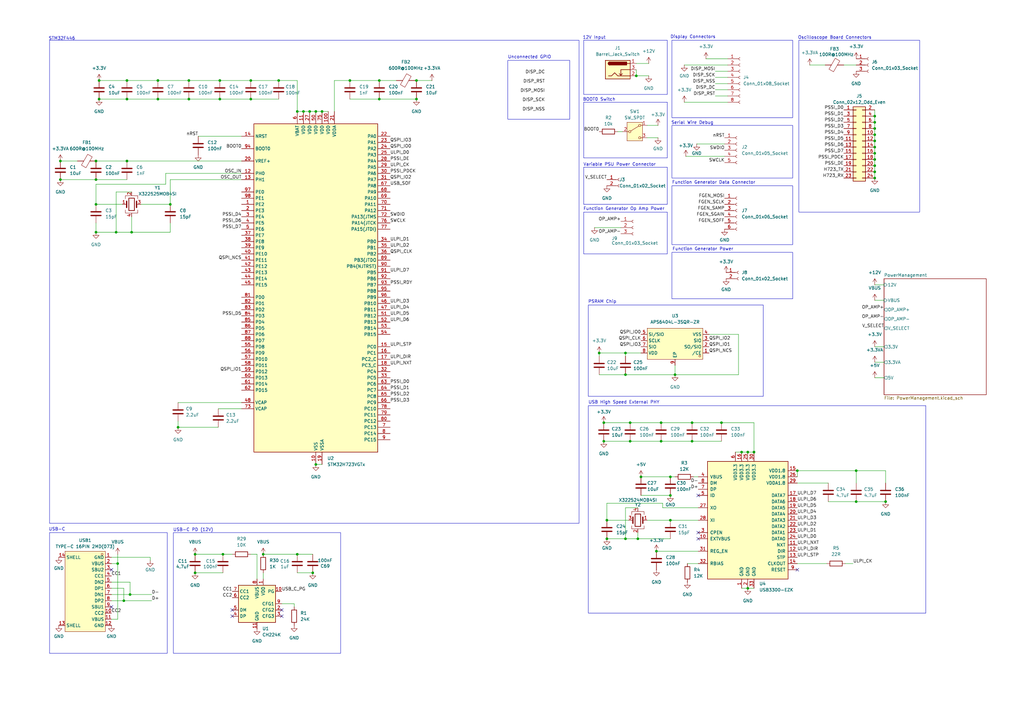
<source format=kicad_sch>
(kicad_sch (version 20250114) (generator "eeschema") (generator_version "9.0")
  (paper "A3")
  (rectangle (start 208.28 24.765) (end 233.68 48.895))
  (rectangle (start 20.32 16.51) (end 237.49 214.63))
  (rectangle (start 241.3 125.095) (end 313.055 162.56))
  (rectangle (start 275.59 16.51) (end 325.12 48.26))
  (rectangle (start 275.59 51.435) (end 325.12 73.025))
  (rectangle (start 327.66 16.51) (end 377.19 86.995))
  (rectangle (start 239.395 86.995) (end 273.685 104.14))
  (rectangle (start 239.395 68.58) (end 273.685 83.82))
  (rectangle (start 71.12 218.44) (end 139.7 267.97))
  (rectangle (start 239.395 16.51) (end 273.685 38.735))
  (rectangle (start 239.395 41.91) (end 273.685 64.77))
  (rectangle (start 275.59 76.2) (end 325.12 100.33))
  (rectangle (start 241.3 166.37) (end 379.73 251.46))
  (rectangle (start 275.59 103.505) (end 325.12 122.555))
  (rectangle (start 20.32 218.44) (end 68.58 267.97))
  (text "USB-C\n" (at 23.368 217.17 0) (effects (font (size 1.27 1.27))))
  (text "Oscilloscope Board Connectors" (at 342.392 15.494 0) (effects (font (size 1.27 1.27))))
  (text "PSRAM Chip" (at 247.015 123.825 0) (effects (font (size 1.27 1.27))))
  (text "Function Generator Op Amp Power" (at 255.905 85.725 0) (effects (font (size 1.27 1.27))))
  (text "Variable PSU Power Connector" (at 254.127 67.564 0) (effects (font (size 1.27 1.27))))
  (text "BOOT0 Switch\n" (at 245.745 40.894 0) (effects (font (size 1.27 1.27))))
  (text "USB High Speed External PHY" (at 255.905 165.1 0) (effects (font (size 1.27 1.27))))
  (text "Function Generator Power" (at 288.29 102.235 0) (effects (font (size 1.27 1.27))))
  (text "USB-C PD (12V)" (at 79.248 217.424 0) (effects (font (size 1.27 1.27))))
  (text "Unconnected GPIO\n" (at 217.17 23.495 0) (effects (font (size 1.27 1.27))))
  (text "Function Generator Data Connector" (at 292.735 74.93 0) (effects (font (size 1.27 1.27))))
  (text "Display Connectors\n" (at 284.226 15.24 0) (effects (font (size 1.27 1.27))))
  (text "12V Input\n" (at 243.713 15.494 0) (effects (font (size 1.27 1.27))))
  (text "STM32F446\n" (at 25.4 15.875 0) (effects (font (size 1.27 1.27))))
  (text "Serial Wire Debug\n" (at 283.972 50.419 0) (effects (font (size 1.27 1.27))))
  (junction (at 271.145 173.355))
  (junction (at 248.92 213.36))
  (junction (at 90.17 33.02))
  (junction (at 276.86 153.67))
  (junction (at 47.625 95.25))
  (junction (at 24.765 73.66))
  (junction (at 358.775 47.625))
  (junction (at 260.985 31.115))
  (junction (at 274.955 195.58))
  (junction (at 358.775 60.325))
  (junction (at 69.85 83.82))
  (junction (at 128.27 234.95))
  (junction (at 358.775 73.025))
  (junction (at 39.37 83.82))
  (junction (at 114.3 33.02))
  (junction (at 39.37 95.25))
  (junction (at 52.07 33.02))
  (junction (at 77.47 33.02))
  (junction (at 306.705 241.3))
  (junction (at 247.65 173.355))
  (junction (at 129.54 190.5))
  (junction (at 283.845 180.975))
  (junction (at 304.165 185.42))
  (junction (at 124.46 45.72))
  (junction (at 24.765 66.04))
  (junction (at 358.775 57.785))
  (junction (at 53.975 95.25))
  (junction (at 247.65 180.975))
  (junction (at 258.445 180.975))
  (junction (at 358.775 67.945))
  (junction (at 306.705 185.42))
  (junction (at 358.775 50.165))
  (junction (at 256.54 153.67))
  (junction (at 77.47 40.64))
  (junction (at 53.34 243.84))
  (junction (at 143.51 33.02))
  (junction (at 73.025 175.26))
  (junction (at 256.54 220.98))
  (junction (at 64.77 33.02))
  (junction (at 358.775 70.485))
  (junction (at 283.845 173.355))
  (junction (at 155.575 40.64))
  (junction (at 274.955 203.2))
  (junction (at 40.64 33.02))
  (junction (at 358.775 55.245))
  (junction (at 258.445 173.355))
  (junction (at 327.025 193.04))
  (junction (at 309.245 185.42))
  (junction (at 269.24 226.06))
  (junction (at 50.8 246.38))
  (junction (at 90.17 40.64))
  (junction (at 132.08 45.72))
  (junction (at 358.775 62.865))
  (junction (at 39.37 73.66))
  (junction (at 127 45.72))
  (junction (at 80.01 227.33))
  (junction (at 358.775 65.405))
  (junction (at 102.87 40.64))
  (junction (at 170.815 40.64))
  (junction (at 39.37 66.04))
  (junction (at 102.87 33.02))
  (junction (at 52.07 40.64))
  (junction (at 121.92 227.33))
  (junction (at 121.92 45.72))
  (junction (at 80.01 234.95))
  (junction (at 351.155 193.04))
  (junction (at 248.92 220.98))
  (junction (at 358.775 52.705))
  (junction (at 245.745 144.78))
  (junction (at 52.07 66.04))
  (junction (at 155.575 33.02))
  (junction (at 256.54 144.78))
  (junction (at 274.955 213.36))
  (junction (at 363.22 205.74))
  (junction (at 107.95 227.33))
  (junction (at 170.815 33.02))
  (junction (at 271.145 180.975))
  (junction (at 40.64 40.64))
  (junction (at 262.89 195.58))
  (junction (at 64.77 40.64))
  (junction (at 295.91 173.355))
  (junction (at 351.155 205.74))
  (junction (at 261.62 220.98))
  (junction (at 91.44 227.33))
  (junction (at 129.54 45.72))
  (junction (at 48.26 231.14))
  (no_connect (at 327.025 233.68))
  (no_connect (at 115.57 250.19))
  (no_connect (at 286.385 218.44))
  (no_connect (at 115.57 252.73))
  (no_connect (at 45.72 248.92))
  (no_connect (at 45.72 233.68))
  (no_connect (at 95.25 252.73))
  (no_connect (at 95.25 250.19))
  (no_connect (at 286.385 220.98))
  (no_connect (at 286.385 203.2))
  (wire (pts (xy 358.775 123.19) (xy 362.585 123.19)))
  (wire (pts (xy 39.37 83.82) (xy 50.165 83.82)))
  (wire (pts (xy 53.34 243.84) (xy 62.23 243.84)))
  (wire (pts (xy 245.745 153.67) (xy 256.54 153.67)))
  (wire (pts (xy 53.975 88.9) (xy 53.975 95.25)))
  (wire (pts (xy 45.72 254) (xy 48.26 254)))
  (wire (pts (xy 332.105 26.67) (xy 338.455 26.67)))
  (wire (pts (xy 266.065 26.035) (xy 260.985 26.035)))
  (wire (pts (xy 77.47 40.64) (xy 90.17 40.64)))
  (wire (pts (xy 358.775 55.245) (xy 358.775 57.785)))
  (wire (pts (xy 53.975 95.25) (xy 69.85 95.25)))
  (wire (pts (xy 64.77 40.64) (xy 52.07 40.64)))
  (wire (pts (xy 302.895 153.67) (xy 276.86 153.67)))
  (wire (pts (xy 262.89 195.58) (xy 274.955 195.58)))
  (wire (pts (xy 45.72 243.84) (xy 53.34 243.84)))
  (wire (pts (xy 31.75 66.04) (xy 24.765 66.04)))
  (wire (pts (xy 358.775 47.625) (xy 358.775 50.165)))
  (wire (pts (xy 276.86 149.86) (xy 276.86 153.67)))
  (wire (pts (xy 45.72 228.6) (xy 61.595 228.6)))
  (wire (pts (xy 358.775 52.705) (xy 358.775 55.245)))
  (wire (pts (xy 274.955 213.36) (xy 286.385 213.36)))
  (wire (pts (xy 45.72 241.3) (xy 50.8 241.3)))
  (wire (pts (xy 137.16 33.02) (xy 137.16 45.72)))
  (wire (pts (xy 64.77 33.02) (xy 77.47 33.02)))
  (wire (pts (xy 258.445 180.975) (xy 271.145 180.975)))
  (wire (pts (xy 81.28 55.88) (xy 99.06 55.88)))
  (wire (pts (xy 253.365 53.975) (xy 255.27 53.975)))
  (wire (pts (xy 261.62 220.98) (xy 274.955 220.98)))
  (wire (pts (xy 358.775 142.24) (xy 362.585 142.24)))
  (wire (pts (xy 339.725 205.74) (xy 351.155 205.74)))
  (wire (pts (xy 107.95 227.33) (xy 121.92 227.33)))
  (wire (pts (xy 256.54 153.67) (xy 276.86 153.67)))
  (wire (pts (xy 306.705 185.42) (xy 309.245 185.42)))
  (wire (pts (xy 69.85 73.66) (xy 99.06 73.66)))
  (wire (pts (xy 53.34 238.76) (xy 53.34 243.84)))
  (wire (pts (xy 346.075 26.67) (xy 351.155 26.67)))
  (wire (pts (xy 53.975 78.74) (xy 47.625 78.74)))
  (wire (pts (xy 129.54 190.5) (xy 132.08 190.5)))
  (wire (pts (xy 248.92 220.98) (xy 256.54 220.98)))
  (wire (pts (xy 39.37 75.565) (xy 39.37 83.82)))
  (wire (pts (xy 248.92 213.36) (xy 248.92 206.375)))
  (wire (pts (xy 327.025 198.12) (xy 339.725 198.12)))
  (wire (pts (xy 64.77 40.64) (xy 77.47 40.64)))
  (wire (pts (xy 261.62 218.44) (xy 261.62 220.98)))
  (wire (pts (xy 67.945 75.565) (xy 39.37 75.565)))
  (wire (pts (xy 45.72 246.38) (xy 50.8 246.38)))
  (wire (pts (xy 137.16 33.02) (xy 143.51 33.02)))
  (wire (pts (xy 304.165 241.3) (xy 306.705 241.3)))
  (wire (pts (xy 351.155 193.04) (xy 327.025 193.04)))
  (wire (pts (xy 114.3 33.02) (xy 121.92 33.02)))
  (wire (pts (xy 69.85 83.82) (xy 69.85 73.66)))
  (wire (pts (xy 309.245 173.355) (xy 309.245 185.42)))
  (wire (pts (xy 260.985 28.575) (xy 260.985 31.115)))
  (wire (pts (xy 248.92 206.375) (xy 271.78 206.375)))
  (wire (pts (xy 271.145 173.355) (xy 283.845 173.355)))
  (wire (pts (xy 69.85 95.25) (xy 69.85 91.44)))
  (wire (pts (xy 143.51 33.02) (xy 155.575 33.02)))
  (wire (pts (xy 248.92 213.36) (xy 257.81 213.36)))
  (wire (pts (xy 280.67 26.67) (xy 298.45 26.67)))
  (wire (pts (xy 155.575 33.02) (xy 162.56 33.02)))
  (wire (pts (xy 301.625 185.42) (xy 304.165 185.42)))
  (wire (pts (xy 90.17 40.64) (xy 102.87 40.64)))
  (wire (pts (xy 170.815 33.02) (xy 177.165 33.02)))
  (wire (pts (xy 39.37 95.25) (xy 47.625 95.25)))
  (wire (pts (xy 132.08 45.72) (xy 134.62 45.72)))
  (wire (pts (xy 256.54 144.78) (xy 262.89 144.78)))
  (wire (pts (xy 358.775 62.865) (xy 358.775 65.405)))
  (wire (pts (xy 40.64 33.02) (xy 52.07 33.02)))
  (wire (pts (xy 102.87 40.64) (xy 114.3 40.64)))
  (wire (pts (xy 91.44 227.33) (xy 95.25 227.33)))
  (wire (pts (xy 24.765 73.66) (xy 39.37 73.66)))
  (wire (pts (xy 48.26 227.33) (xy 48.26 231.14)))
  (wire (pts (xy 67.945 71.12) (xy 67.945 75.565)))
  (wire (pts (xy 105.41 227.33) (xy 105.41 237.49)))
  (wire (pts (xy 48.26 254) (xy 48.26 231.14)))
  (wire (pts (xy 284.48 195.58) (xy 286.385 195.58)))
  (wire (pts (xy 52.07 73.66) (xy 39.37 73.66)))
  (wire (pts (xy 40.64 40.64) (xy 52.07 40.64)))
  (wire (pts (xy 258.445 173.355) (xy 271.145 173.355)))
  (wire (pts (xy 363.22 193.04) (xy 363.22 198.12)))
  (wire (pts (xy 283.845 173.355) (xy 295.91 173.355)))
  (wire (pts (xy 265.43 56.515) (xy 269.875 56.515)))
  (wire (pts (xy 262.89 203.2) (xy 274.955 203.2)))
  (wire (pts (xy 351.155 205.74) (xy 363.22 205.74)))
  (wire (pts (xy 286.385 231.14) (xy 281.94 231.14)))
  (wire (pts (xy 358.775 67.945) (xy 358.775 70.485)))
  (wire (pts (xy 50.8 246.38) (xy 62.23 246.38)))
  (wire (pts (xy 289.56 24.13) (xy 298.45 24.13)))
  (wire (pts (xy 293.37 39.37) (xy 298.45 39.37)))
  (wire (pts (xy 265.43 51.435) (xy 269.875 51.435)))
  (wire (pts (xy 129.54 45.72) (xy 132.08 45.72)))
  (wire (pts (xy 358.775 57.785) (xy 358.775 60.325)))
  (wire (pts (xy 306.705 241.3) (xy 309.245 241.3)))
  (wire (pts (xy 47.625 78.74) (xy 47.625 95.25)))
  (wire (pts (xy 45.72 231.14) (xy 48.26 231.14)))
  (wire (pts (xy 89.535 175.26) (xy 73.025 175.26)))
  (wire (pts (xy 358.775 154.94) (xy 362.585 154.94)))
  (wire (pts (xy 358.775 50.165) (xy 358.775 52.705)))
  (wire (pts (xy 293.37 36.83) (xy 298.45 36.83)))
  (wire (pts (xy 143.51 40.64) (xy 155.575 40.64)))
  (wire (pts (xy 261.62 208.28) (xy 256.54 208.28)))
  (wire (pts (xy 47.625 95.25) (xy 53.975 95.25)))
  (wire (pts (xy 293.37 31.75) (xy 298.45 31.75)))
  (wire (pts (xy 57.785 83.82) (xy 69.85 83.82)))
  (wire (pts (xy 99.06 165.1) (xy 73.025 165.1)))
  (wire (pts (xy 247.65 173.355) (xy 258.445 173.355)))
  (wire (pts (xy 290.83 137.16) (xy 302.895 137.16)))
  (wire (pts (xy 358.775 65.405) (xy 358.775 67.945)))
  (wire (pts (xy 327.025 193.04) (xy 327.025 195.58)))
  (wire (pts (xy 120.65 247.65) (xy 120.65 248.92)))
  (wire (pts (xy 265.43 213.36) (xy 274.955 213.36)))
  (wire (pts (xy 358.775 116.84) (xy 362.585 116.84)))
  (wire (pts (xy 115.57 247.65) (xy 120.65 247.65)))
  (wire (pts (xy 358.775 70.485) (xy 358.775 73.025)))
  (wire (pts (xy 107.95 234.95) (xy 107.95 237.49)))
  (wire (pts (xy 73.025 175.26) (xy 73.025 172.72)))
  (wire (pts (xy 90.17 33.02) (xy 102.87 33.02)))
  (wire (pts (xy 256.54 146.05) (xy 256.54 144.78)))
  (wire (pts (xy 283.845 180.975) (xy 295.91 180.975)))
  (wire (pts (xy 61.595 228.6) (xy 61.595 229.87)))
  (wire (pts (xy 121.92 227.33) (xy 128.27 227.33)))
  (wire (pts (xy 155.575 40.64) (xy 170.815 40.64)))
  (wire (pts (xy 99.06 71.12) (xy 67.945 71.12)))
  (wire (pts (xy 280.67 41.91) (xy 298.45 41.91)))
  (wire (pts (xy 45.72 238.76) (xy 53.34 238.76)))
  (wire (pts (xy 281.305 64.135) (xy 297.18 64.135)))
  (wire (pts (xy 285.75 59.055) (xy 297.18 59.055)))
  (wire (pts (xy 293.37 29.21) (xy 298.45 29.21)))
  (wire (pts (xy 358.775 148.59) (xy 362.585 148.59)))
  (wire (pts (xy 89.535 167.64) (xy 99.06 167.64)))
  (wire (pts (xy 77.47 33.02) (xy 90.17 33.02)))
  (wire (pts (xy 102.87 227.33) (xy 105.41 227.33)))
  (wire (pts (xy 349.885 231.14) (xy 346.71 231.14)))
  (wire (pts (xy 302.895 137.16) (xy 302.895 153.67)))
  (wire (pts (xy 247.65 180.975) (xy 258.445 180.975)))
  (wire (pts (xy 363.22 193.04) (xy 351.155 193.04)))
  (wire (pts (xy 245.745 144.78) (xy 256.54 144.78)))
  (wire (pts (xy 339.09 231.14) (xy 327.025 231.14)))
  (wire (pts (xy 304.165 185.42) (xy 306.705 185.42)))
  (wire (pts (xy 121.92 45.72) (xy 124.46 45.72)))
  (wire (pts (xy 271.78 208.28) (xy 286.385 208.28)))
  (wire (pts (xy 127 45.72) (xy 129.54 45.72)))
  (wire (pts (xy 256.54 220.98) (xy 261.62 220.98)))
  (wire (pts (xy 50.8 241.3) (xy 50.8 246.38)))
  (wire (pts (xy 256.54 208.28) (xy 256.54 220.98)))
  (wire (pts (xy 243.84 93.345) (xy 254.635 93.345)))
  (wire (pts (xy 80.01 227.33) (xy 91.44 227.33)))
  (wire (pts (xy 52.07 66.04) (xy 99.06 66.04)))
  (wire (pts (xy 293.37 34.29) (xy 298.45 34.29)))
  (wire (pts (xy 39.37 95.25) (xy 39.37 91.44)))
  (wire (pts (xy 271.145 180.975) (xy 283.845 180.975)))
  (wire (pts (xy 39.37 66.04) (xy 52.07 66.04)))
  (wire (pts (xy 245.745 146.05) (xy 245.745 144.78)))
  (wire (pts (xy 295.91 173.355) (xy 309.245 173.355)))
  (wire (pts (xy 52.07 33.02) (xy 64.77 33.02)))
  (wire (pts (xy 274.955 195.58) (xy 276.86 195.58)))
  (wire (pts (xy 80.01 234.95) (xy 91.44 234.95)))
  (wire (pts (xy 121.92 33.02) (xy 121.92 45.72)))
  (wire (pts (xy 271.78 206.375) (xy 271.78 208.28)))
  (wire (pts (xy 351.155 193.04) (xy 351.155 198.12)))
  (wire (pts (xy 286.385 226.06) (xy 269.24 226.06)))
  (wire (pts (xy 170.18 33.02) (xy 170.815 33.02)))
  (wire (pts (xy 102.87 33.02) (xy 114.3 33.02)))
  (wire (pts (xy 358.775 60.325) (xy 358.775 62.865)))
  (wire (pts (xy 124.46 45.72) (xy 127 45.72)))
  (wire (pts (xy 358.775 45.085) (xy 358.775 47.625)))
  (wire (pts (xy 266.065 31.115) (xy 260.985 31.115)))
  (wire (pts (xy 121.92 234.95) (xy 128.27 234.95)))
  (label "PSSI_D6" (at 99.06 91.44 180))
  (label "QSPI_IO0" (at 160.02 60.96 0))
  (label "ULPI_DIR" (at 327.025 226.06 0))
  (label "PSSI_PDCK" (at 160.02 71.12 0))
  (label "SWCLK" (at 297.18 66.675 180))
  (label "QSPI_IO3" (at 262.89 142.24 180))
  (label "PSSI_D6" (at 346.075 60.325 180))
  (label "ULPI_D0" (at 160.02 63.5 0))
  (label "D-" (at 62.23 243.84 0))
  (label "FGEN_SCLK" (at 297.18 83.82 180))
  (label "ULPI_CK" (at 160.02 68.58 0))
  (label "ULPI_D5" (at 160.02 129.54 0))
  (label "DISP_SCK" (at 293.37 31.75 180))
  (label "ULPI_D6" (at 160.02 132.08 0))
  (label "V_SELECT" (at 362.585 134.62 180))
  (label "OP_AMP+" (at 254.635 90.805 180))
  (label "DISP_NSS" (at 223.52 45.72 180))
  (label "BOOT0" (at 99.06 60.96 180))
  (label "PSSI_D4" (at 99.06 88.9 180))
  (label "nRST" (at 297.18 56.515 180))
  (label "PSSI_D0" (at 346.075 45.085 180))
  (label "QSPI_IO2" (at 290.83 139.7 0))
  (label "PSSI_D4" (at 346.075 55.245 180))
  (label "QSPI_IO2" (at 160.02 73.66 0))
  (label "ULPI_CK" (at 349.885 231.14 0))
  (label "PSSI_D0" (at 160.02 157.48 0))
  (label "nRST" (at 81.28 55.88 180))
  (label "DISP_RST" (at 293.37 39.37 180))
  (label "ULPI_D2" (at 327.025 215.9 0))
  (label "PSSI_D7" (at 346.075 62.865 180))
  (label "PSSI_DE" (at 160.02 66.04 0))
  (label "OP_AMP-" (at 254.635 95.885 180))
  (label "ULPI_D1" (at 327.025 218.44 0))
  (label "ULPI_D7" (at 160.02 111.76 0))
  (label "D+" (at 62.23 246.38 0))
  (label "ULPI_NXT" (at 160.02 149.86 0))
  (label "FGEN_SOFF" (at 297.18 91.44 180))
  (label "BOOT0" (at 245.745 53.975 180))
  (label "FGEN_SGAIN" (at 297.18 88.9 180))
  (label "D+" (at 286.385 200.66 180))
  (label "ULPI_D5" (at 327.025 208.28 0))
  (label "PSSI_D2" (at 346.075 50.165 180))
  (label "CC2" (at 95.25 245.11 180))
  (label "V_SELECT" (at 248.92 73.66 180))
  (label "OP_AMP-" (at 362.585 130.81 180))
  (label "DISP_MOSI" (at 293.37 29.21 180))
  (label "PSSI_RDY" (at 160.02 116.84 0))
  (label "QSPI_CLK" (at 262.89 139.7 180))
  (label "CC2" (at 45.72 251.46 0))
  (label "OSC_IN" (at 99.06 71.12 180))
  (label "ULPI_NXT" (at 327.025 223.52 0))
  (label "FGEN_MOSI" (at 297.18 81.28 180))
  (label "USB_C_PG" (at 115.57 242.57 0))
  (label "SWDIO" (at 160.02 88.9 0))
  (label "PSSI_D1" (at 160.02 160.02 0))
  (label "QSPI_IO1" (at 99.06 152.4 180))
  (label "QSPI_CLK" (at 160.02 104.14 0))
  (label "PSSI_PDCK" (at 346.075 65.405 180))
  (label "ULPI_D0" (at 327.025 220.98 0))
  (label "CC1" (at 45.72 236.22 0))
  (label "PSSI_DE" (at 346.075 67.945 180))
  (label "ULPI_D3" (at 327.025 213.36 0))
  (label "ULPI_DIR" (at 160.02 147.32 0))
  (label "ULPI_D1" (at 160.02 99.06 0))
  (label "SWDIO" (at 297.18 61.595 180))
  (label "OSC_OUT" (at 99.06 73.66 180))
  (label "ULPI_STP" (at 160.02 142.24 0))
  (label "DISP_MOSI" (at 223.52 38.1 180))
  (label "DISP_NSS" (at 293.37 34.29 180))
  (label "SWCLK" (at 160.02 91.44 0))
  (label "PSSI_D5" (at 346.075 57.785 180))
  (label "PSSI_D5" (at 99.06 129.54 180))
  (label "QSPI_NCS" (at 99.06 106.68 180))
  (label "QSPI_IO3" (at 160.02 58.42 0))
  (label "ULPI_D4" (at 327.025 210.82 0))
  (label "H723_RX" (at 346.075 73.025 180))
  (label "QSPI_NCS" (at 290.83 144.78 0))
  (label "ULPI_D3" (at 160.02 124.46 0))
  (label "H723_TX" (at 346.075 70.485 180))
  (label "ULPI_D6" (at 327.025 205.74 0))
  (label "ULPI_D4" (at 160.02 127 0))
  (label "PSSI_D7" (at 99.06 93.98 180))
  (label "ULPI_STP" (at 327.025 228.6 0))
  (label "D-" (at 286.385 198.12 180))
  (label "QSPI_IO1" (at 290.83 142.24 0))
  (label "QSPI_IO0" (at 262.89 137.16 180))
  (label "PSSI_D2" (at 160.02 162.56 0))
  (label "DISP_SCK" (at 223.52 41.91 180))
  (label "ULPI_D7" (at 327.025 203.2 0))
  (label "FGEN_SAMP" (at 297.18 86.36 180))
  (label "PSSI_D3" (at 346.075 52.705 180))
  (label "OP_AMP+" (at 362.585 127 180))
  (label "ULPI_D2" (at 160.02 101.6 0))
  (label "CC1" (at 95.25 242.57 180))
  (label "DISP_DC" (at 293.37 36.83 180))
  (label "DISP_DC" (at 223.52 30.48 180))
  (label "PSSI_D3" (at 160.02 165.1 0))
  (label "USB_SOF" (at 160.02 76.2 0))
  (label "DISP_RST" (at 223.52 34.29 180))
  (label "PSSI_D1" (at 346.075 47.625 180))
  (symbol (lib_id "power:GND") (at 24.13 256.54 0) (unit 1)
    (property "Reference" "#PWR02" (effects (hide yes)))
    (property "Value" "GND" (at 24.13 260.985 0))
    (property "Description" "Power symbol creates a global label with name \"GND\" , ground" (effects (hide yes)))
  )
  (symbol (lib_id "power:GND") (at 306.705 241.3 0) (unit 1)
    (property "Reference" "#PWR046" (effects (hide yes)))
    (property "Value" "GND" (at 306.705 246.38 0))
    (property "Description" "Power symbol creates a global label with name \"GND\" , ground" (effects (hide yes)))
  )
  (symbol (lib_id "power:GND") (at 120.65 256.54 0) (unit 1)
    (property "Reference" "#PWR019" (effects (hide yes)))
    (property "Value" "GND" (at 120.65 261.62 0))
    (property "Description" "Power symbol creates a global label with name \"GND\" , ground" (effects (hide yes)))
  )
  (symbol (lib_id "power:+12V") (at 266.065 26.035 0) (unit 1)
    (property "Reference" "#PWR030" (effects (hide yes)))
    (property "Value" "+12V" (at 266.065 20.955 0))
    (property "Description" "Power symbol creates a global label with name \"+12V\"" (effects (hide yes)))
  )
  (symbol (lib_id "Connector:Conn_01x02_Socket") (at 254 73.66 0) (unit 1)
    (property "Reference" "J3" (at 254 73.66 0) (effects (justify left)))
    (property "Value" "Conn_01x02_Socket" (at 254 76.2 0) (effects (justify left)))
    (property "Footprint" "Connector_JST:JST_PH_S2B-PH-K_1x02_P2.00mm_Horizontal" (effects (hide yes)))
    (property "Description" "Generic connector, single row, 01x02, script generated" (effects (hide yes)))
  )
  (symbol (lib_id "Device:C") (at 102.87 36.83 0) (unit 1)
    (property "Reference" "C17" (at 105.918 35.56 0) (effects (justify left)))
    (property "Value" "100nF" (at 105.918 38.1 0) (effects (justify left)))
    (property "Footprint" "Capacitor_SMD:C_0402_1005Metric" (effects (hide yes)))
    (property "Description" "Unpolarized capacitor" (effects (hide yes)))
  )
  (symbol (lib_id "Device:R") (at 280.67 195.58 90) (unit 1)
    (property "Reference" "R3" (at 280.67 189.865 90))
    (property "Value" "12K" (at 280.67 192.405 90))
    (property "Footprint" "Resistor_SMD:R_0402_1005Metric" (effects (hide yes)))
    (property "Description" "Resistor" (effects (hide yes)))
  )
  (symbol (lib_id "Device:C") (at 247.65 177.165 0) (unit 1)
    (property "Reference" "C23" (at 250.825 175.8949 0) (effects (justify left)))
    (property "Value" "10uF" (at 250.825 178.4349 0) (effects (justify left)))
    (property "Footprint" "Capacitor_SMD:C_0603_1608Metric" (effects (hide yes)))
    (property "Description" "Unpolarized capacitor" (effects (hide yes)))
  )
  (symbol (lib_id "Device:C") (at 40.64 36.83 0) (unit 1)
    (property "Reference" "C4" (at 44.45 35.5599 0) (effects (justify left)))
    (property "Value" "10uF" (at 44.45 38.0999 0) (effects (justify left)))
    (property "Footprint" "Capacitor_SMD:C_0603_1608Metric" (effects (hide yes)))
    (property "Description" "Unpolarized capacitor" (effects (hide yes)))
  )
  (symbol (lib_id "power:GND") (at 363.22 205.74 0) (unit 1)
    (property "Reference" "#PWR058" (effects (hide yes)))
    (property "Value" "GND" (at 363.22 210.82 0))
    (property "Description" "Power symbol creates a global label with name \"GND\" , ground" (effects (hide yes)))
  )
  (symbol (lib_id "power:GND") (at 24.13 228.6 0) (unit 1)
    (property "Reference" "#PWR01" (effects (hide yes)))
    (property "Value" "GND" (at 24.13 233.045 0))
    (property "Description" "Power symbol creates a global label with name \"GND\" , ground" (effects (hide yes)))
  )
  (symbol (lib_id "power:+3.3V") (at 269.875 51.435 0) (unit 1)
    (property "Reference" "#PWR034" (effects (hide yes)))
    (property "Value" "+3.3V" (at 269.875 46.99 0))
    (property "Description" "Power symbol creates a global label with name \"+3.3V\"" (effects (hide yes)))
  )
  (symbol (lib_id "power:GND") (at 280.67 26.67 0) (unit 1)
    (property "Reference" "#PWR039" (effects (hide yes)))
    (property "Value" "GND" (at 280.67 31.115 0))
    (property "Description" "Power symbol creates a global label with name \"GND\" , ground" (effects (hide yes)))
  )
  (symbol (lib_id "Device:C") (at 39.37 87.63 0) (unit 1)
    (property "Reference" "C3" (at 43.18 86.3599 0) (effects (justify left)))
    (property "Value" "15pF" (at 43.18 88.8999 0) (effects (justify left)))
    (property "Footprint" "Capacitor_SMD:C_0402_1005Metric" (effects (hide yes)))
    (property "Description" "Unpolarized capacitor" (effects (hide yes)))
  )
  (symbol (lib_id "Device:C") (at 77.47 36.83 0) (unit 1)
    (property "Reference" "C10" (at 81.28 35.5599 0) (effects (justify left)))
    (property "Value" "100nF" (at 81.28 38.0999 0) (effects (justify left)))
    (property "Footprint" "Capacitor_SMD:C_0402_1005Metric" (effects (hide yes)))
    (property "Description" "Unpolarized capacitor" (effects (hide yes)))
  )
  (symbol (lib_id "Device:Crystal_GND24") (at 53.975 83.82 0) (unit 1)
    (property "Reference" "Y1" (at 64.643 76.962 0))
    (property "Value" "X322525MOB4SI" (at 64.643 79.502 0))
    (property "Footprint" "Crystal:Crystal_SMD_3225-4Pin_3.2x2.5mm" (effects (hide yes)))
    (property "Description" "C9006" (effects (hide yes)))
  )
  (symbol (lib_id "Device:C") (at 274.955 217.17 0) (unit 1)
    (property "Reference" "C31" (at 278.13 215.8999 0) (effects (justify left)))
    (property "Value" "15pF" (at 278.13 218.4399 0) (effects (justify left)))
    (property "Footprint" "Capacitor_SMD:C_0402_1005Metric" (effects (hide yes)))
    (property "Description" "Unpolarized capacitor" (effects (hide yes)))
  )
  (symbol (lib_id "Device:FerriteBead") (at 166.37 33.02 270) (unit 1)
    (property "Reference" "FB2" (at 166.4208 25.4 90))
    (property "Value" "600R@100MHz" (at 166.4208 27.94 90))
    (property "Footprint" "Inductor_SMD:L_0805_2012Metric" (effects (hide yes)))
    (property "Description" "C1017" (effects (hide yes)))
  )
  (symbol (lib_id "power:GND") (at 243.84 93.345 0) (unit 1)
    (property "Reference" "#PWR037" (effects (hide yes)))
    (property "Value" "GND" (at 243.84 98.425 0))
    (property "Description" "Power symbol creates a global label with name \"GND\" , ground" (effects (hide yes)))
  )
  (symbol (lib_id "Device:C") (at 89.535 171.45 0) (unit 1)
    (property "Reference" "C13" (at 92.71 170.1799 0) (effects (justify left)))
    (property "Value" "2.2uF" (at 92.71 172.7199 0) (effects (justify left)))
    (property "Footprint" "Capacitor_SMD:C_0603_1608Metric" (effects (hide yes)))
    (property "Description" "Unpolarized capacitor" (effects (hide yes)))
  )
  (symbol (lib_id "power:GND") (at 297.18 93.98 0) (unit 1)
    (property "Reference" "#PWR026" (effects (hide yes)))
    (property "Value" "GND" (at 297.18 98.425 0))
    (property "Description" "Power symbol creates a global label with name \"GND\" , ground" (effects (hide yes)))
  )
  (symbol (lib_id "Device:Crystal_GND24") (at 261.62 213.36 180) (unit 1)
    (property "Reference" "Y2" (at 261.62 207.01 0))
    (property "Value" "X322524MOB4SI" (at 261.62 205.105 0))
    (property "Footprint" "Crystal:Crystal_SMD_3225-4Pin_3.2x2.5mm" (effects (hide yes)))
    (property "Description" "C70590" (effects (hide yes)))
  )
  (symbol (lib_id "power:GND") (at 105.41 257.81 0) (unit 1)
    (property "Reference" "#PWR017" (effects (hide yes)))
    (property "Value" "GND" (at 105.41 262.89 0))
    (property "Description" "Power symbol creates a global label with name \"GND\" , ground" (effects (hide yes)))
  )
  (symbol (lib_id "power:+3.3VA") (at 332.105 26.67 0) (unit 1)
    (property "Reference" "#PWR047" (effects (hide yes)))
    (property "Value" "+3.3VA" (at 332.105 21.59 0))
    (property "Description" "Power symbol creates a global label with name \"+3.3VA\"" (effects (hide yes)))
  )
  (symbol (lib_id "Device:C") (at 69.85 87.63 0) (unit 1)
    (property "Reference" "C8" (at 73.66 86.3599 0) (effects (justify left)))
    (property "Value" "15pF" (at 73.66 88.8999 0) (effects (justify left)))
    (property "Footprint" "Capacitor_SMD:C_0402_1005Metric" (effects (hide yes)))
    (property "Description" "Unpolarized capacitor" (effects (hide yes)))
  )
  (symbol (lib_id "Device:C") (at 262.89 199.39 0) (unit 1)
    (property "Reference" "C27" (at 265.43 198.12 0) (effects (justify left)))
    (property "Value" "10uF" (at 265.43 200.66 0) (effects (justify left)))
    (property "Footprint" "Capacitor_SMD:C_0603_1608Metric" (effects (hide yes)))
    (property "Description" "Unpolarized capacitor" (effects (hide yes)))
  )
  (symbol (lib_id "power:GND") (at 351.155 29.21 0) (unit 1)
    (property "Reference" "#PWR052" (effects (hide yes)))
    (property "Value" "GND" (at 351.155 34.29 0))
    (property "Description" "Power symbol creates a global label with name \"GND\" , ground" (effects (hide yes)))
  )
  (symbol (lib_id "Device:C") (at 256.54 149.86 0) (unit 1)
    (property "Reference" "C25" (at 259.715 148.5899 0) (effects (justify left)))
    (property "Value" "100nF" (at 259.715 151.1299 0) (effects (justify left)))
    (property "Footprint" "Capacitor_SMD:C_0402_1005Metric" (effects (hide yes)))
    (property "Description" "Unpolarized capacitor" (effects (hide yes)))
  )
  (symbol (lib_id "Device:C") (at 351.155 201.93 0) (unit 1)
    (property "Reference" "C35" (at 354.33 200.6599 0) (effects (justify left)))
    (property "Value" "4.7uF" (at 354.33 203.1999 0) (effects (justify left)))
    (property "Footprint" "Capacitor_SMD:C_0603_1608Metric" (effects (hide yes)))
    (property "Description" "Unpolarized capacitor" (effects (hide yes)))
  )
  (symbol (lib_id "Device:C") (at 155.575 36.83 0) (unit 1)
    (property "Reference" "C20" (at 159.385 35.5599 0) (effects (justify left)))
    (property "Value" "100nF" (at 159.385 38.0999 0) (effects (justify left)))
    (property "Footprint" "Capacitor_SMD:C_0402_1005Metric" (effects (hide yes)))
    (property "Description" "Unpolarized capacitor" (effects (hide yes)))
  )
  (symbol (lib_id "Device:C") (at 114.3 36.83 0) (unit 1)
    (property "Reference" "C18" (at 117.094 35.56 0) (effects (justify left)))
    (property "Value" "100nF" (at 117.094 38.1 0) (effects (justify left)))
    (property "Footprint" "Capacitor_SMD:C_0402_1005Metric" (effects (hide yes)))
    (property "Description" "Unpolarized capacitor" (effects (hide yes)))
  )
  (symbol (lib_id "power:VBUS") (at 48.26 227.33 0) (unit 1)
    (property "Reference" "#PWR09" (effects (hide yes)))
    (property "Value" "VBUS" (at 48.26 222.25 0))
    (property "Description" "Power symbol creates a global label with name \"VBUS\"" (effects (hide yes)))
  )
  (symbol (lib_id "Device:C") (at 52.07 36.83 0) (unit 1)
    (property "Reference" "C5" (at 55.88 35.5599 0) (effects (justify left)))
    (property "Value" "100nF" (at 55.88 38.0999 0) (effects (justify left)))
    (property "Footprint" "Capacitor_SMD:C_0402_1005Metric" (effects (hide yes)))
    (property "Description" "Unpolarized capacitor" (effects (hide yes)))
  )
  (symbol (lib_id "Connector:Conn_01x08_Socket") (at 303.53 31.75 0) (unit 1)
    (property "Reference" "J4" (at 304.8 31.7499 0) (effects (justify left)))
    (property "Value" "Conn_01x08_Socket" (at 304.8 34.2899 0) (effects (justify left)))
    (property "Footprint" "Connector_JST:JST_PH_S8B-PH-K_1x08_P2.00mm_Horizontal" (effects (hide yes)))
    (property "Description" "Generic connector, single row, 01x08, script generated" (effects (hide yes)))
  )
  (symbol (lib_id "power:+3.3V") (at 281.305 64.135 0) (unit 1)
    (property "Reference" "#PWR041" (effects (hide yes)))
    (property "Value" "+3.3V" (at 281.305 59.69 0))
    (property "Description" "Power symbol creates a global label with name \"+3.3V\"" (effects (hide yes)))
  )
  (symbol (lib_id "Device:C") (at 143.51 36.83 0) (unit 1)
    (property "Reference" "C19" (at 147.32 35.5599 0) (effects (justify left)))
    (property "Value" "1nF" (at 147.32 38.1 0) (effects (justify left)))
    (property "Footprint" "Capacitor_SMD:C_0402_1005Metric" (effects (hide yes)))
    (property "Description" "Unpolarized capacitor" (effects (hide yes)))
  )
  (symbol (lib_id "Device:R") (at 107.95 231.14 180) (unit 1)
    (property "Reference" "R30" (at 110.49 229.8699 0) (effects (justify right)))
    (property "Value" "1K" (at 110.49 232.4099 0) (effects (justify right)))
    (property "Footprint" "Resistor_SMD:R_0603_1608Metric" (effects (hide yes)))
    (property "Description" "Resistor" (effects (hide yes)))
  )
  (symbol (lib_id "power:GND") (at 45.72 256.54 0) (unit 1)
    (property "Reference" "#PWR08" (effects (hide yes)))
    (property "Value" "GND" (at 45.72 260.985 0))
    (property "Description" "Power symbol creates a global label with name \"GND\" , ground" (effects (hide yes)))
  )
  (symbol (lib_id "Device:C") (at 245.745 149.86 0) (unit 1)
    (property "Reference" "C22" (at 248.92 148.5899 0) (effects (justify left)))
    (property "Value" "10uF" (at 248.92 151.1299 0) (effects (justify left)))
    (property "Footprint" "Capacitor_SMD:C_0603_1608Metric" (effects (hide yes)))
    (property "Description" "Unpolarized capacitor" (effects (hide yes)))
  )
  (symbol (lib_id "Device:C") (at 90.17 36.83 0) (unit 1)
    (property "Reference" "C14" (at 93.98 35.5599 0) (effects (justify left)))
    (property "Value" "100nF" (at 93.98 38.0999 0) (effects (justify left)))
    (property "Footprint" "Capacitor_SMD:C_0402_1005Metric" (effects (hide yes)))
    (property "Description" "Unpolarized capacitor" (effects (hide yes)))
  )
  (symbol (lib_id "power:GND") (at 129.54 190.5 0) (unit 1)
    (property "Reference" "#PWR020" (effects (hide yes)))
    (property "Value" "GND" (at 129.54 195.58 0))
    (property "Description" "Power symbol creates a global label with name \"GND\" , ground" (effects (hide yes)))
  )
  (symbol (lib_id "Device:C") (at 363.22 201.93 0) (unit 1)
    (property "Reference" "C36" (at 367.03 200.6599 0) (effects (justify left)))
    (property "Value" "100nF" (at 367.03 203.1999 0) (effects (justify left)))
    (property "Footprint" "Capacitor_SMD:C_0402_1005Metric" (effects (hide yes)))
    (property "Description" "Unpolarized capacitor" (effects (hide yes)))
  )
  (symbol (lib_id "Device:C") (at 258.445 177.165 0) (unit 1)
    (property "Reference" "C26" (at 262.255 175.8949 0) (effects (justify left)))
    (property "Value" "100nF" (at 262.255 178.4349 0) (effects (justify left)))
    (property "Footprint" "Capacitor_SMD:C_0402_1005Metric" (effects (hide yes)))
    (property "Description" "Unpolarized capacitor" (effects (hide yes)))
  )
  (symbol (lib_id "Connector:Conn_01x05_Socket") (at 302.26 61.595 0) (unit 1)
    (property "Reference" "J2" (at 304.165 60.3249 0) (effects (justify left)))
    (property "Value" "Conn_01x05_Socket" (at 304.165 62.8649 0) (effects (justify left)))
    (property "Footprint" "Connector_JST:JST_PH_S5B-PH-K_1x05_P2.00mm_Horizontal" (effects (hide yes)))
    (property "Description" "Generic connector, single row, 01x05, script generated" (effects (hide yes)))
  )
  (symbol (lib_id "Device:C") (at 52.07 69.85 0) (unit 1)
    (property "Reference" "C6" (at 55.88 68.5799 0) (effects (justify left)))
    (property "Value" "1nF" (at 55.88 71.12 0) (effects (justify left)))
    (property "Footprint" "Capacitor_SMD:C_0402_1005Metric" (effects (hide yes)))
    (property "Description" "Unpolarized capacitor" (effects (hide yes)))
  )
  (symbol (lib_id "Switch:SW_SPDT") (at 260.35 53.975 0) (unit 1)
    (property "Reference" "SW1" (at 260.35 45.72 0))
    (property "Value" "SW_SPDT" (at 260.35 48.26 0))
    (property "Footprint" "Button_Switch_SMD:SW_SPDT_CK_JS102011SAQN" (effects (hide yes)))
    (property "Description" "Switch, single pole double throw" (effects (hide yes)))
  )
  (symbol (lib_id "power:GND") (at 269.875 56.515 0) (unit 1)
    (property "Reference" "#PWR035" (effects (hide yes)))
    (property "Value" "GND" (at 269.875 60.96 0))
    (property "Description" "Power symbol creates a global label with name \"GND\" , ground" (effects (hide yes)))
  )
  (symbol (lib_id "Device:C") (at 80.01 231.14 180) (unit 1)
    (property "Reference" "C11" (at 74.93 230.124 0))
    (property "Value" "4.7uF" (at 74.93 232.41 0))
    (property "Footprint" "Capacitor_SMD:C_0603_1608Metric" (effects (hide yes)))
    (property "Description" "Unpolarized capacitor" (effects (hide yes)))
  )
  (symbol (lib_id "Device:R") (at 281.94 234.95 0) (unit 1)
    (property "Reference" "R4" (at 284.48 233.6799 0) (effects (justify left)))
    (property "Value" "12K" (at 284.48 236.2199 0) (effects (justify left)))
    (property "Footprint" "Resistor_SMD:R_0402_1005Metric" (effects (hide yes)))
    (property "Description" "Resistor" (effects (hide yes)))
  )
  (symbol (lib_id "power:+3.3V") (at 247.65 173.355 0) (unit 1)
    (property "Reference" "#PWR024" (effects (hide yes)))
    (property "Value" "+3.3V" (at 247.65 168.91 0))
    (property "Description" "Power symbol creates a global label with name \"+3.3V\"" (effects (hide yes)))
  )
  (symbol (lib_id "power:+5V") (at 262.89 195.58 0) (unit 1)
    (property "Reference" "#PWR029" (effects (hide yes)))
    (property "Value" "+5V" (at 262.89 190.5 0))
    (property "Description" "Power symbol creates a global label with name \"+5V\"" (effects (hide yes)))
  )
  (symbol (lib_id "Device:C") (at 81.28 59.69 0) (unit 1)
    (property "Reference" "C12" (at 85.09 58.4199 0) (effects (justify left)))
    (property "Value" "100nF" (at 85.09 60.9599 0) (effects (justify left)))
    (property "Footprint" "Capacitor_SMD:C_0402_1005Metric" (effects (hide yes)))
    (property "Description" "Unpolarized capacitor" (effects (hide yes)))
  )
  (symbol (lib_id "Interface_USB:USB3300-EZK") (at 306.705 213.36 0) (unit 1)
    (property "Reference" "U4" (at 311.3883 239.395 0) (effects (justify left)))
    (property "Value" "USB3300-EZK" (at 311.3883 241.935 0) (effects (justify left)))
    (property "Footprint" "Package_DFN_QFN:QFN-32-1EP_5x5mm_P0.5mm_EP3.45x3.45mm" (effects (hide yes)))
    (property "Datasheet" "http://ww1.microchip.com/downloads/en/DeviceDoc/00001783C.pdf" (effects (hide yes)))
    (property "Description" "Hi-Speed USB Host, Device or OTG PHY with ULPI Interface" (effects (hide yes)))
  )
  (symbol (lib_id "power:GND") (at 281.94 238.76 0) (unit 1)
    (property "Reference" "#PWR042" (effects (hide yes)))
    (property "Value" "GND" (at 281.94 243.84 0))
    (property "Description" "Power symbol creates a global label with name \"GND\" , ground" (effects (hide yes)))
  )
  (symbol (lib_id "power:GND") (at 247.65 180.975 0) (unit 1)
    (property "Reference" "#PWR025" (effects (hide yes)))
    (property "Value" "GND" (at 247.65 186.055 0))
    (property "Description" "Power symbol creates a global label with name \"GND\" , ground" (effects (hide yes)))
  )
  (symbol (lib_id "power:+3.3V") (at 358.775 142.24 0) (unit 1)
    (property "Reference" "#PWR055" (effects (hide yes)))
    (property "Value" "+3.3V" (at 358.775 137.16 0))
    (property "Description" "Power symbol creates a global label with name \"+3.3V\"" (effects (hide yes)))
  )
  (symbol (lib_id "power:GND") (at 266.065 31.115 0) (unit 1)
    (property "Reference" "#PWR031" (effects (hide yes)))
    (property "Value" "GND" (at 266.065 36.195 0))
    (property "Description" "Power symbol creates a global label with name \"GND\" , ground" (effects (hide yes)))
  )
  (symbol (lib_id "power:GND") (at 39.37 95.25 0) (unit 1)
    (property "Reference" "#PWR05" (effects (hide yes)))
    (property "Value" "GND" (at 39.37 100.33 0))
    (property "Description" "Power symbol creates a global label with name \"GND\" , ground" (effects (hide yes)))
  )
  (symbol (lib_id "power:+12V") (at 358.775 116.84 0) (unit 1)
    (property "Reference" "#PWR053" (effects (hide yes)))
    (property "Value" "+12V" (at 358.775 111.76 0))
    (property "Description" "Power symbol creates a global label with name \"+12V\"" (effects (hide yes)))
  )
  (symbol (lib_id "Connector_Generic:Conn_02x12_Odd_Even") (at 351.155 57.785 0) (unit 1)
    (property "Reference" "J5" (at 352.425 39.37 0))
    (property "Value" "Conn_02x12_Odd_Even" (at 352.425 41.91 0))
    (property "Footprint" "Connector_JST:JST_PUD_S24B-PUDSS-1_2x12_P2.00mm_Horizontal" (effects (hide yes)))
    (property "Description" "Generic connector, double row, 02x12, odd/even pin numbering scheme (row 1 odd numbers, row 2 even numbers), script generated (kicad-library-utils/schlib/autogen/connector/)" (effects (hide yes)))
  )
  (symbol (lib_id "Device:C") (at 91.44 231.14 180) (unit 1)
    (property "Reference" "C15" (at 86.36 230.124 0))
    (property "Value" "100nF" (at 86.36 232.41 0))
    (property "Footprint" "Capacitor_SMD:C_0402_1005Metric" (effects (hide yes)))
    (property "Description" "Unpolarized capacitor" (effects (hide yes)))
  )
  (symbol (lib_id "power:GND") (at 358.775 73.025 0) (unit 1)
    (property "Reference" "#PWR048" (effects (hide yes)))
    (property "Value" "GND" (at 358.775 78.105 0))
    (property "Description" "Power symbol creates a global label with name \"GND\" , ground" (effects (hide yes)))
  )
  (symbol (lib_id "Device:C") (at 274.955 199.39 0) (unit 1)
    (property "Reference" "C30" (at 277.495 198.12 0) (effects (justify left)))
    (property "Value" "100nF" (at 277.495 200.66 0) (effects (justify left)))
    (property "Footprint" "Capacitor_SMD:C_0402_1005Metric" (effects (hide yes)))
    (property "Description" "Unpolarized capacitor" (effects (hide yes)))
  )
  (symbol (lib_id "power:GND") (at 248.92 220.98 0) (unit 1)
    (property "Reference" "#PWR010" (effects (hide yes)))
    (property "Value" "GND" (at 248.92 224.79 0))
    (property "Description" "Power symbol creates a global label with name \"GND\" , ground" (effects (hide yes)))
  )
  (symbol (lib_id "power:GND") (at 274.955 203.2 0) (unit 1)
    (property "Reference" "#PWR036" (effects (hide yes)))
    (property "Value" "GND" (at 274.955 207.01 0))
    (property "Description" "Power symbol creates a global label with name \"GND\" , ground" (effects (hide yes)))
  )
  (symbol (lib_id "power:GND") (at 128.27 234.95 0) (unit 1)
    (property "Reference" "#PWR018" (effects (hide yes)))
    (property "Value" "GND" (at 128.27 240.03 0))
    (property "Description" "Power symbol creates a global label with name \"GND\" , ground" (effects (hide yes)))
  )
  (symbol (lib_id "Device:FerriteBead") (at 35.56 66.04 270) (unit 1)
    (property "Reference" "FB1" (at 35.6108 58.42 90))
    (property "Value" "600R@100MHz" (at 35.6108 60.96 90))
    (property "Footprint" "Inductor_SMD:L_0805_2012Metric" (effects (hide yes)))
    (property "Description" "C1017" (effects (hide yes)))
  )
  (symbol (lib_id "Device:FerriteBead") (at 342.265 26.67 90) (unit 1)
    (property "Reference" "FB3" (at 342.265 20.066 90))
    (property "Value" "100R@100MHz" (at 343.027 22.352 90))
    (property "Footprint" "Inductor_SMD:L_0805_2012Metric" (effects (hide yes)))
    (property "Description" "C1015" (effects (hide yes)))
  )
  (symbol (lib_id "Device:C") (at 295.91 177.165 0) (unit 1)
    (property "Reference" "C33" (at 299.72 175.8949 0) (effects (justify left)))
    (property "Value" "100nF" (at 299.72 178.4349 0) (effects (justify left)))
    (property "Footprint" "Capacitor_SMD:C_0402_1005Metric" (effects (hide yes)))
    (property "Description" "Unpolarized capacitor" (effects (hide yes)))
  )
  (symbol (lib_id "power:GND") (at 80.01 234.95 0) (unit 1)
    (property "Reference" "#PWR015" (effects (hide yes)))
    (property "Value" "GND" (at 80.01 240.03 0))
    (property "Description" "Power symbol creates a global label with name \"GND\" , ground" (effects (hide yes)))
  )
  (symbol (lib_id "Device:C") (at 121.92 231.14 180) (unit 1)
    (property "Reference" "C16" (at 116.84 230.124 0))
    (property "Value" "1uF" (at 116.84 232.41 0))
    (property "Footprint" "Capacitor_SMD:C_0603_1608Metric" (effects (hide yes)))
    (property "Description" "Unpolarized capacitor" (effects (hide yes)))
  )
  (symbol (lib_id "Device:C") (at 248.92 217.17 0) (unit 1)
    (property "Reference" "C24" (at 252.73 215.8999 0) (effects (justify left)))
    (property "Value" "15pF" (at 252.73 218.4399 0) (effects (justify left)))
    (property "Footprint" "Capacitor_SMD:C_0402_1005Metric" (effects (hide yes)))
    (property "Description" "Unpolarized capacitor" (effects (hide yes)))
  )
  (symbol (lib_id "power:GND") (at 24.765 73.66 0) (unit 1)
    (property "Reference" "#PWR04" (effects (hide yes)))
    (property "Value" "GND" (at 24.765 78.74 0))
    (property "Description" "Power symbol creates a global label with name \"GND\" , ground" (effects (hide yes)))
  )
  (symbol (lib_id "power:+3.3V") (at 351.155 24.13 0) (unit 1)
    (property "Reference" "#PWR051" (effects (hide yes)))
    (property "Value" "+3.3V" (at 351.155 19.05 0))
    (property "Description" "Power symbol creates a global label with name \"+3.3V\"" (effects (hide yes)))
  )
  (symbol (lib_id "power:VBUS") (at 107.95 227.33 0) (unit 1)
    (property "Reference" "#PWR011" (effects (hide yes)))
    (property "Value" "VBUS" (at 107.95 222.25 0))
    (property "Description" "Power symbol creates a global label with name \"VBUS\"" (effects (hide yes)))
  )
  (symbol (lib_id "Device:R") (at 120.65 252.73 180) (unit 1)
    (property "Reference" "R1" (at 123.19 251.4599 0) (effects (justify right)))
    (property "Value" "24K" (at 123.19 253.9999 0) (effects (justify right)))
    (property "Footprint" "Resistor_SMD:R_0603_1608Metric" (effects (hide yes)))
    (property "Description" "Resistor" (effects (hide yes)))
  )
  (symbol (lib_id "Device:C") (at 170.815 36.83 0) (unit 1)
    (property "Reference" "C21" (at 174.625 35.5599 0) (effects (justify left)))
    (property "Value" "10uF" (at 174.625 38.0999 0) (effects (justify left)))
    (property "Footprint" "Capacitor_SMD:C_0603_1608Metric" (effects (hide yes)))
    (property "Description" "Unpolarized capacitor" (effects (hide yes)))
  )
  (symbol (lib_id "power:GND") (at 276.86 153.67 0) (unit 1)
    (property "Reference" "#PWR038" (effects (hide yes)))
    (property "Value" "GND" (at 276.86 158.75 0))
    (property "Description" "Power symbol creates a global label with name \"GND\" , ground" (effects (hide yes)))
  )
  (symbol (lib_id "power:GND") (at 61.595 229.87 0) (unit 1)
    (property "Reference" "#PWR012" (effects (hide yes)))
    (property "Value" "GND" (at 61.595 233.68 0))
    (property "Description" "Power symbol creates a global label with name \"GND\" , ground" (effects (hide yes)))
  )
  (symbol (lib_id "Device:C") (at 24.765 69.85 0) (unit 1)
    (property "Reference" "C1" (at 28.575 68.5799 0) (effects (justify left)))
    (property "Value" "10uF" (at 28.575 71.1199 0) (effects (justify left)))
    (property "Footprint" "Capacitor_SMD:C_0603_1608Metric" (effects (hide yes)))
    (property "Description" "Unpolarized capacitor" (effects (hide yes)))
  )
  (symbol (lib_id "power:+3.3V") (at 280.67 41.91 0) (unit 1)
    (property "Reference" "#PWR040" (effects (hide yes)))
    (property "Value" "+3.3V" (at 280.67 36.83 0))
    (property "Description" "Power symbol creates a global label with name \"+3.3V\"" (effects (hide yes)))
  )
  (symbol (lib_id "power:GND") (at 40.64 40.64 0) (unit 1)
    (property "Reference" "#PWR07" (effects (hide yes)))
    (property "Value" "GND" (at 40.64 45.72 0))
    (property "Description" "Power symbol creates a global label with name \"GND\" , ground" (effects (hide yes)))
  )
  (symbol (lib_id "power:GND") (at 297.815 114.3 0) (unit 1)
    (property "Reference" "#PWR028" (effects (hide yes)))
    (property "Value" "GND" (at 297.815 118.745 0))
    (property "Description" "Power symbol creates a global label with name \"GND\" , ground" (effects (hide yes)))
  )
  (symbol (lib_id "Device:C") (at 271.145 177.165 0) (unit 1)
    (property "Reference" "C29" (at 274.955 175.8949 0) (effects (justify left)))
    (property "Value" "100nF" (at 274.955 178.4349 0) (effects (justify left)))
    (property "Footprint" "Capacitor_SMD:C_0402_1005Metric" (effects (hide yes)))
    (property "Description" "Unpolarized capacitor" (effects (hide yes)))
  )
  (symbol (lib_id "Rocketry_Easyeda:TYPE-C16PIN2MD(073)") (at 34.29 242.57 0) (mirror y) (unit 1)
    (property "Reference" "USB1" (at 34.925 221.615 0))
    (property "Value" "TYPE-C 16PIN 2MD(073)" (at 34.925 224.155 0))
    (property "Footprint" "Rocketry_Easyeda:USB-C-SMD_TYPE-C-6PIN-2MD-073" (effects (hide yes)))
    (property "LCSC Part" "C2765186" (effects (hide yes)))
  )
  (symbol (lib_id "Device:R") (at 249.555 53.975 90) (unit 1)
    (property "Reference" "R2" (at 249.555 48.26 90))
    (property "Value" "10k" (at 249.555 50.8 90))
    (property "Footprint" "Resistor_SMD:R_0402_1005Metric" (effects (hide yes)))
    (property "Description" "Resistor" (effects (hide yes)))
  )
  (symbol (lib_id "power:GND") (at 81.28 63.5 0) (unit 1)
    (property "Reference" "#PWR016" (effects (hide yes)))
    (property "Value" "GND" (at 81.28 68.58 0))
    (property "Description" "Power symbol creates a global label with name \"GND\" , ground" (effects (hide yes)))
  )
  (symbol (lib_id "Connector:Conn_01x03_Socket") (at 259.715 93.345 0) (unit 1)
    (property "Reference" "J9" (at 250.825 97.79 0) (effects (justify left)))
    (property "Value" "Conn_01x03_Socket" (at 250.825 99.695 0) (effects (justify left)))
    (property "Footprint" "Connector_JST:JST_PH_S3B-PH-K_1x03_P2.00mm_Horizontal" (effects (hide yes)))
    (property "Description" "Generic connector, single row, 01x03, script generated" (effects (hide yes)))
  )
  (symbol (lib_id "Device:C") (at 339.725 201.93 0) (unit 1)
    (property "Reference" "C34" (at 342.9 200.6599 0) (effects (justify left)))
    (property "Value" "4.7uF" (at 342.9 203.1999 0) (effects (justify left)))
    (property "Footprint" "Capacitor_SMD:C_0603_1608Metric" (effects (hide yes)))
    (property "Description" "Unpolarized capacitor" (effects (hide yes)))
  )
  (symbol (lib_id "Device:C") (at 73.025 168.91 0) (unit 1)
    (property "Reference" "C9" (at 76.2 167.6399 0) (effects (justify left)))
    (property "Value" "2.2uF" (at 76.2 170.1799 0) (effects (justify left)))
    (property "Footprint" "Capacitor_SMD:C_0603_1608Metric" (effects (hide yes)))
    (property "Description" "Unpolarized capacitor" (effects (hide yes)))
  )
  (symbol (lib_id "Connector:Conn_01x03_Socket") (at 356.235 26.67 0) (unit 1)
    (property "Reference" "J6" (at 357.505 25.3999 0) (effects (justify left)))
    (property "Value" "Conn_01x03_Socket" (at 357.505 27.9399 0) (effects (justify left)))
    (property "Footprint" "Connector_JST:JST_PH_S3B-PH-K_1x03_P2.00mm_Horizontal" (effects (hide yes)))
    (property "Description" "Generic connector, single row, 01x03, script generated" (effects (hide yes)))
  )
  (symbol (lib_id "power:+3.3V") (at 40.64 33.02 0) (unit 1)
    (property "Reference" "#PWR06" (effects (hide yes)))
    (property "Value" "+3.3V" (at 40.64 27.94 0))
    (property "Description" "Power symbol creates a global label with name \"+3.3V\"" (effects (hide yes)))
  )
  (symbol (lib_id "power:+3.3V") (at 289.56 24.13 0) (unit 1)
    (property "Reference" "#PWR044" (effects (hide yes)))
    (property "Value" "+3.3V" (at 289.56 19.05 0))
    (property "Description" "Power symbol creates a global label with name \"+3.3V\"" (effects (hide yes)))
  )
  (symbol (lib_id "Device:C") (at 64.77 36.83 0) (unit 1)
    (property "Reference" "C7" (at 68.58 35.5599 0) (effects (justify left)))
    (property "Value" "100nF" (at 68.58 38.0999 0) (effects (justify left)))
    (property "Footprint" "Capacitor_SMD:C_0402_1005Metric" (effects (hide yes)))
    (property "Description" "Unpolarized capacitor" (effects (hide yes)))
  )
  (symbol (lib_id "Connector:Barrel_Jack_Switch") (at 253.365 28.575 0) (unit 1)
    (property "Reference" "J1" (at 253.365 19.685 0))
    (property "Value" "Barrel_Jack_Switch" (at 253.365 22.225 0))
    (property "Footprint" "Connector_BarrelJack:BarrelJack_Kycon_KLDX-0202-xC_Horizontal" (effects (hide yes)))
    (property "Description" "DC Barrel Jack with an internal switch" (effects (hide yes)))
  )
  (symbol (lib_id "power:GND") (at 248.92 76.2 0) (unit 1)
    (property "Reference" "#PWR045" (effects (hide yes)))
    (property "Value" "GND" (at 248.92 81.28 0))
    (property "Description" "Power symbol creates a global label with name \"GND\" , ground" (effects (hide yes)))
  )
  (symbol (lib_id "Device:R") (at 342.9 231.14 90) (unit 1)
    (property "Reference" "R5" (at 342.9 224.79 90))
    (property "Value" "22R" (at 342.9 227.33 90))
    (property "Footprint" "Resistor_SMD:R_0402_1005Metric" (effects (hide yes)))
    (property "Description" "Resistor" (effects (hide yes)))
  )
  (symbol (lib_id "Device:C") (at 283.845 177.165 0) (unit 1)
    (property "Reference" "C32" (at 287.02 175.8949 0) (effects (justify left)))
    (property "Value" "100nF" (at 287.02 178.4349 0) (effects (justify left)))
    (property "Footprint" "Capacitor_SMD:C_0402_1005Metric" (effects (hide yes)))
    (property "Description" "Unpolarized capacitor" (effects (hide yes)))
  )
  (symbol (lib_id "power:+5V") (at 358.775 154.94 0) (unit 1)
    (property "Reference" "#PWR057" (effects (hide yes)))
    (property "Value" "+5V" (at 358.775 149.86 0))
    (property "Description" "Power symbol creates a global label with name \"+5V\"" (effects (hide yes)))
  )
  (symbol (lib_id "power:VBUS") (at 80.01 227.33 0) (unit 1)
    (property "Reference" "#PWR014" (effects (hide yes)))
    (property "Value" "VBUS" (at 80.01 222.25 0))
    (property "Description" "Power symbol creates a global label with name \"VBUS\"" (effects (hide yes)))
  )
  (symbol (lib_id "power:GND") (at 170.815 40.64 0) (unit 1)
    (property "Reference" "#PWR021" (effects (hide yes)))
    (property "Value" "GND" (at 170.815 45.72 0))
    (property "Description" "Power symbol creates a global label with name \"GND\" , ground" (effects (hide yes)))
  )
  (symbol (lib_id "power:+3.3V") (at 269.24 226.06 0) (unit 1)
    (property "Reference" "#PWR032" (effects (hide yes)))
    (property "Value" "+3.3V" (at 269.24 221.615 0))
    (property "Description" "Power symbol creates a global label with name \"+3.3V\"" (effects (hide yes)))
  )
  (symbol (lib_id "power:+3.3V") (at 297.815 111.76 0) (unit 1)
    (property "Reference" "#PWR027" (effects (hide yes)))
    (property "Value" "+3.3V" (at 297.815 107.315 0))
    (property "Description" "Power symbol creates a global label with name \"+3.3V\"" (effects (hide yes)))
  )
  (symbol (lib_id "power:+3.3VA") (at 177.165 33.02 0) (unit 1)
    (property "Reference" "#PWR022" (effects (hide yes)))
    (property "Value" "+3.3VA" (at 177.165 27.94 0))
    (property "Description" "Power symbol creates a global label with name \"+3.3VA\"" (effects (hide yes)))
  )
  (symbol (lib_id "Interface_USB:CH224K") (at 105.41 247.65 0) (unit 1)
    (property "Reference" "U1" (at 107.5533 257.81 0) (effects (justify left)))
    (property "Value" "CH224K" (at 107.5533 260.35 0) (effects (justify left)))
    (property "Footprint" "Package_SO:SSOP-10-1EP_3.9x4.9mm_P1mm_EP2.1x3.3mm" (effects (hide yes)))
    (property "Datasheet" "https://www.wch.cn/downloads/file/301.html" (effects (hide yes)))
    (property "Description" "100W USB Type-C PD3.0/2.0, BC1.2 Sink Controller, SSOP-10" (effects (hide yes)))
  )
  (symbol (lib_id "MCU_ST_STM32H7:STM32H723VGTx") (at 129.54 119.38 0) (unit 1)
    (property "Reference" "U2" (at 134.2233 187.96 0) (effects (justify left)))
    (property "Value" "STM32H723VGTx" (at 134.2233 190.5 0) (effects (justify left)))
    (property "Footprint" "Package_QFP:LQFP-100_14x14mm_P0.5mm" (effects (hide yes)))
    (property "Datasheet" "https://www.st.com/resource/en/datasheet/stm32h723vg.pdf" (effects (hide yes)))
    (property "Description" "STMicroelectronics Arm Cortex-M7 MCU, 1024KB flash, 564KB RAM, 550 MHz, 1.71-3.6V, 82 GPIO, LQFP100" (effects (hide yes)))
  )
  (symbol (lib_id "Rocketry_Easyeda:APS6404L-3SQR-ZR") (at 276.86 140.97 180) (unit 1)
    (property "Reference" "U3" (at 276.86 129.54 0))
    (property "Value" "APS6404L-3SQR-ZR" (at 276.86 132.08 0))
    (property "Footprint" "Rocketry_Easyeda:USON-8_L3.0-W2.0-P0.50-BL-EP" (effects (hide yes)))
    (property "LCSC Part" "C3040877" (effects (hide yes)))
  )
  (symbol (lib_id "Connector:Conn_01x02_Socket") (at 302.895 111.76 0) (unit 1)
    (property "Reference" "J8" (at 304.165 111.7599 0) (effects (justify left)))
    (property "Value" "Conn_01x02_Socket" (at 304.165 114.2999 0) (effects (justify left)))
    (property "Footprint" "Connector_JST:JST_PH_S2B-PH-K_1x02_P2.00mm_Horizontal" (effects (hide yes)))
    (property "Description" "Generic connector, single row, 01x02, script generated" (effects (hide yes)))
  )
  (symbol (lib_id "power:+3.3V") (at 245.745 144.78 0) (unit 1)
    (property "Reference" "#PWR023" (effects (hide yes)))
    (property "Value" "+3.3V" (at 245.745 139.7 0))
    (property "Description" "Power symbol creates a global label with name \"+3.3V\"" (effects (hide yes)))
  )
  (symbol (lib_id "power:VBUS") (at 358.775 123.19 0) (unit 1)
    (property "Reference" "#PWR054" (effects (hide yes)))
    (property "Value" "VBUS" (at 358.775 118.11 0))
    (property "Description" "Power symbol creates a global label with name \"VBUS\"" (effects (hide yes)))
  )
  (symbol (lib_id "power:GND") (at 269.24 233.68 0) (unit 1)
    (property "Reference" "#PWR033" (effects (hide yes)))
    (property "Value" "GND" (at 269.24 238.76 0))
    (property "Description" "Power symbol creates a global label with name \"GND\" , ground" (effects (hide yes)))
  )
  (symbol (lib_id "Device:C") (at 39.37 69.85 0) (unit 1)
    (property "Reference" "C2" (at 43.18 68.5799 0) (effects (justify left)))
    (property "Value" "100nF" (at 43.18 71.1199 0) (effects (justify left)))
    (property "Footprint" "Capacitor_SMD:C_0402_1005Metric" (effects (hide yes)))
    (property "Description" "Unpolarized capacitor" (effects (hide yes)))
  )
  (symbol (lib_id "power:GND") (at 285.75 59.055 0) (unit 1)
    (property "Reference" "#PWR043" (effects (hide yes)))
    (property "Value" "GND" (at 285.75 62.865 0))
    (property "Description" "Power symbol creates a global label with name \"GND\" , ground" (effects (hide yes)))
  )
  (symbol (lib_id "Device:C") (at 269.24 229.87 0) (unit 1)
    (property "Reference" "C28" (at 273.05 228.5999 0) (effects (justify left)))
    (property "Value" "100nF" (at 273.05 231.1399 0) (effects (justify left)))
    (property "Footprint" "Capacitor_SMD:C_0402_1005Metric" (effects (hide yes)))
    (property "Description" "Unpolarized capacitor" (effects (hide yes)))
  )
  (symbol (lib_id "Device:R") (at 99.06 227.33 90) (unit 1)
    (property "Reference" "R29" (at 99.06 220.98 90))
    (property "Value" "10K" (at 99.06 223.52 90))
    (property "Footprint" "Resistor_SMD:R_0402_1005Metric" (effects (hide yes)))
    (property "Description" "Resistor" (effects (hide yes)))
  )
  (symbol (lib_id "power:+3.3VA") (at 24.765 66.04 0) (unit 1)
    (property "Reference" "#PWR03" (effects (hide yes)))
    (property "Value" "+3.3VA" (at 24.765 60.96 0))
    (property "Description" "Power symbol creates a global label with name \"+3.3VA\"" (effects (hide yes)))
  )
  (symbol (lib_id "Connector:Conn_01x06_Socket") (at 302.26 86.36 0) (unit 1)
    (property "Reference" "J7" (at 304.165 86.3599 0) (effects (justify left)))
    (property "Value" "Conn_01x06_Socket" (at 304.165 88.8999 0) (effects (justify left)))
    (property "Footprint" "Connector_JST:JST_PH_S6B-PH-K_1x06_P2.00mm_Horizontal" (effects (hide yes)))
    (property "Description" "Generic connector, single row, 01x06, script generated" (effects (hide yes)))
  )
  (symbol (lib_id "power:+3.3VA") (at 358.775 148.59 0) (unit 1)
    (property "Reference" "#PWR056" (effects (hide yes)))
    (property "Value" "+3.3VA" (at 358.775 143.51 0))
    (property "Description" "Power symbol creates a global label with name \"+3.3VA\"" (effects (hide yes)))
  )
  (symbol (lib_id "power:GND") (at 73.025 175.26 0) (unit 1)
    (property "Reference" "#PWR013" (effects (hide yes)))
    (property "Value" "GND" (at 73.025 180.34 0))
    (property "Description" "Power symbol creates a global label with name \"GND\" , ground" (effects (hide yes)))
  )
  (symbol (lib_id "Device:C") (at 128.27 231.14 0) (unit 1)
    (property "Reference" "C69" (at 133.35 232.156 0))
    (property "Value" "100nF" (at 133.35 229.87 0))
    (property "Footprint" "Capacitor_SMD:C_0402_1005Metric" (effects (hide yes)))
    (property "Description" "Unpolarized capacitor" (effects (hide yes)))
  )
  (sheet (at 362.585 114.3) (size 41.91 47.625) (stroke (width 0.1524))
    (property "Sheetname" "PowerManagement" (at 362.585 113.5884 0) (effects (justify left bottom)))
    (property "Sheetfile" "PowerManagement.kicad_sch" (at 362.585 162.5096 0) (effects (justify left top)))
    (pin "OP_AMP+" output (at 362.585 127 180))
    (pin "OP_AMP-" output (at 362.585 130.81 180))
    (pin "3.3V" output (at 362.585 142.24 180))
    (pin "3.3VA" output (at 362.585 148.59 180))
    (pin "12V" input (at 362.585 116.84 180))
    (pin "VBUS" input (at 362.585 123.19 180))
    (pin "V_SELECT" output (at 362.585 134.62 180))
    (pin "5V" output (at 362.585 154.94 180))
  )
)
</source>
